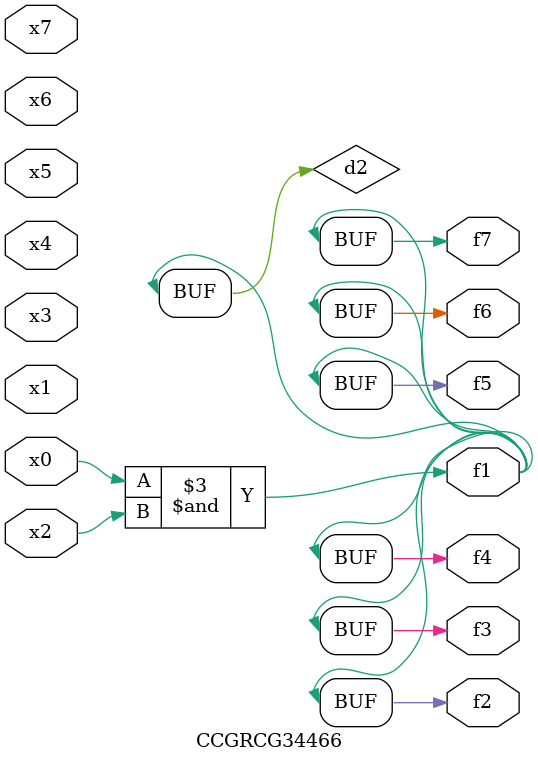
<source format=v>
module CCGRCG34466(
	input x0, x1, x2, x3, x4, x5, x6, x7,
	output f1, f2, f3, f4, f5, f6, f7
);

	wire d1, d2;

	nor (d1, x3, x6);
	and (d2, x0, x2);
	assign f1 = d2;
	assign f2 = d2;
	assign f3 = d2;
	assign f4 = d2;
	assign f5 = d2;
	assign f6 = d2;
	assign f7 = d2;
endmodule

</source>
